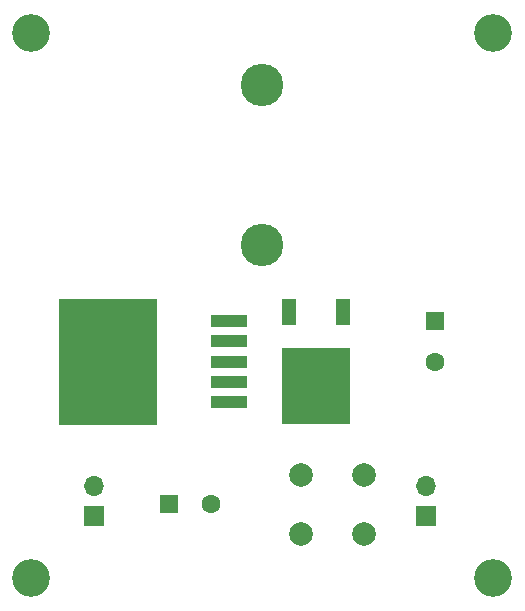
<source format=gbr>
%TF.GenerationSoftware,KiCad,Pcbnew,(6.0.1)*%
%TF.CreationDate,2022-03-29T16:10:18-05:00*%
%TF.ProjectId,buck_board,6275636b-5f62-46f6-9172-642e6b696361,rev?*%
%TF.SameCoordinates,Original*%
%TF.FileFunction,Soldermask,Top*%
%TF.FilePolarity,Negative*%
%FSLAX46Y46*%
G04 Gerber Fmt 4.6, Leading zero omitted, Abs format (unit mm)*
G04 Created by KiCad (PCBNEW (6.0.1)) date 2022-03-29 16:10:18*
%MOMM*%
%LPD*%
G01*
G04 APERTURE LIST*
%ADD10C,2.000000*%
%ADD11C,3.600000*%
%ADD12O,1.700000X1.700000*%
%ADD13R,1.700000X1.700000*%
%ADD14R,3.050000X1.016000*%
%ADD15R,8.380000X10.660000*%
%ADD16C,3.200000*%
%ADD17R,1.200000X2.200000*%
%ADD18R,5.800000X6.400000*%
%ADD19R,1.600000X1.600000*%
%ADD20C,1.600000*%
G04 APERTURE END LIST*
D10*
%TO.C,TP4*%
X77851000Y-86741000D03*
%TD*%
%TO.C,TP3*%
X83185000Y-86741000D03*
%TD*%
%TO.C,TP2*%
X83185000Y-81783000D03*
%TD*%
%TO.C,TP1*%
X77851000Y-81783000D03*
%TD*%
D11*
%TO.C,L1*%
X74549000Y-62244000D03*
X74549000Y-48744000D03*
%TD*%
D12*
%TO.C,J2*%
X88392000Y-82677000D03*
D13*
X88392000Y-85217000D03*
%TD*%
D12*
%TO.C,J1*%
X60325000Y-82677000D03*
D13*
X60325000Y-85217000D03*
%TD*%
D14*
%TO.C,IC1*%
X71755000Y-75540000D03*
X71755000Y-73838000D03*
X71755000Y-72136000D03*
X71755000Y-70434000D03*
X71755000Y-68732000D03*
D15*
X61450000Y-72136000D03*
%TD*%
D16*
%TO.C,H4*%
X94107000Y-44323000D03*
%TD*%
%TO.C,H3*%
X94107000Y-90424000D03*
%TD*%
%TO.C,H2*%
X54991000Y-90424000D03*
%TD*%
%TO.C,H1*%
X54991000Y-44323000D03*
%TD*%
D17*
%TO.C,D1*%
X81401000Y-67936000D03*
D18*
X79121000Y-74236000D03*
D17*
X76841000Y-67936000D03*
%TD*%
D19*
%TO.C,C2*%
X89154000Y-68705349D03*
D20*
X89154000Y-72205349D03*
%TD*%
D19*
%TO.C,C1*%
X66673349Y-84196000D03*
D20*
X70173349Y-84196000D03*
%TD*%
M02*

</source>
